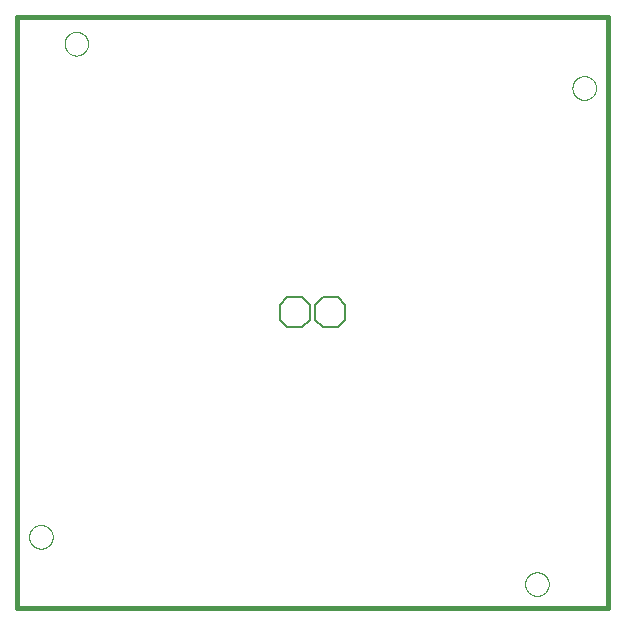
<source format=gto>
G75*
%MOIN*%
%OFA0B0*%
%FSLAX25Y25*%
%IPPOS*%
%LPD*%
%AMOC8*
5,1,8,0,0,1.08239X$1,22.5*
%
%ADD10C,0.01600*%
%ADD11C,0.00000*%
%ADD12C,0.00600*%
D10*
X0005000Y0005000D02*
X0201850Y0005000D01*
X0201850Y0201850D01*
X0005000Y0201850D01*
X0005000Y0005000D01*
D11*
X0008937Y0028622D02*
X0008939Y0028747D01*
X0008945Y0028872D01*
X0008955Y0028996D01*
X0008969Y0029120D01*
X0008986Y0029244D01*
X0009008Y0029367D01*
X0009034Y0029489D01*
X0009063Y0029611D01*
X0009096Y0029731D01*
X0009134Y0029850D01*
X0009174Y0029969D01*
X0009219Y0030085D01*
X0009267Y0030200D01*
X0009319Y0030314D01*
X0009375Y0030426D01*
X0009434Y0030536D01*
X0009496Y0030644D01*
X0009562Y0030751D01*
X0009631Y0030855D01*
X0009704Y0030956D01*
X0009779Y0031056D01*
X0009858Y0031153D01*
X0009940Y0031247D01*
X0010025Y0031339D01*
X0010112Y0031428D01*
X0010203Y0031514D01*
X0010296Y0031597D01*
X0010392Y0031678D01*
X0010490Y0031755D01*
X0010590Y0031829D01*
X0010693Y0031900D01*
X0010798Y0031967D01*
X0010906Y0032032D01*
X0011015Y0032092D01*
X0011126Y0032150D01*
X0011239Y0032203D01*
X0011353Y0032253D01*
X0011469Y0032300D01*
X0011586Y0032342D01*
X0011705Y0032381D01*
X0011825Y0032417D01*
X0011946Y0032448D01*
X0012068Y0032476D01*
X0012190Y0032499D01*
X0012314Y0032519D01*
X0012438Y0032535D01*
X0012562Y0032547D01*
X0012687Y0032555D01*
X0012812Y0032559D01*
X0012936Y0032559D01*
X0013061Y0032555D01*
X0013186Y0032547D01*
X0013310Y0032535D01*
X0013434Y0032519D01*
X0013558Y0032499D01*
X0013680Y0032476D01*
X0013802Y0032448D01*
X0013923Y0032417D01*
X0014043Y0032381D01*
X0014162Y0032342D01*
X0014279Y0032300D01*
X0014395Y0032253D01*
X0014509Y0032203D01*
X0014622Y0032150D01*
X0014733Y0032092D01*
X0014843Y0032032D01*
X0014950Y0031967D01*
X0015055Y0031900D01*
X0015158Y0031829D01*
X0015258Y0031755D01*
X0015356Y0031678D01*
X0015452Y0031597D01*
X0015545Y0031514D01*
X0015636Y0031428D01*
X0015723Y0031339D01*
X0015808Y0031247D01*
X0015890Y0031153D01*
X0015969Y0031056D01*
X0016044Y0030956D01*
X0016117Y0030855D01*
X0016186Y0030751D01*
X0016252Y0030644D01*
X0016314Y0030536D01*
X0016373Y0030426D01*
X0016429Y0030314D01*
X0016481Y0030200D01*
X0016529Y0030085D01*
X0016574Y0029969D01*
X0016614Y0029850D01*
X0016652Y0029731D01*
X0016685Y0029611D01*
X0016714Y0029489D01*
X0016740Y0029367D01*
X0016762Y0029244D01*
X0016779Y0029120D01*
X0016793Y0028996D01*
X0016803Y0028872D01*
X0016809Y0028747D01*
X0016811Y0028622D01*
X0016809Y0028497D01*
X0016803Y0028372D01*
X0016793Y0028248D01*
X0016779Y0028124D01*
X0016762Y0028000D01*
X0016740Y0027877D01*
X0016714Y0027755D01*
X0016685Y0027633D01*
X0016652Y0027513D01*
X0016614Y0027394D01*
X0016574Y0027275D01*
X0016529Y0027159D01*
X0016481Y0027044D01*
X0016429Y0026930D01*
X0016373Y0026818D01*
X0016314Y0026708D01*
X0016252Y0026600D01*
X0016186Y0026493D01*
X0016117Y0026389D01*
X0016044Y0026288D01*
X0015969Y0026188D01*
X0015890Y0026091D01*
X0015808Y0025997D01*
X0015723Y0025905D01*
X0015636Y0025816D01*
X0015545Y0025730D01*
X0015452Y0025647D01*
X0015356Y0025566D01*
X0015258Y0025489D01*
X0015158Y0025415D01*
X0015055Y0025344D01*
X0014950Y0025277D01*
X0014842Y0025212D01*
X0014733Y0025152D01*
X0014622Y0025094D01*
X0014509Y0025041D01*
X0014395Y0024991D01*
X0014279Y0024944D01*
X0014162Y0024902D01*
X0014043Y0024863D01*
X0013923Y0024827D01*
X0013802Y0024796D01*
X0013680Y0024768D01*
X0013558Y0024745D01*
X0013434Y0024725D01*
X0013310Y0024709D01*
X0013186Y0024697D01*
X0013061Y0024689D01*
X0012936Y0024685D01*
X0012812Y0024685D01*
X0012687Y0024689D01*
X0012562Y0024697D01*
X0012438Y0024709D01*
X0012314Y0024725D01*
X0012190Y0024745D01*
X0012068Y0024768D01*
X0011946Y0024796D01*
X0011825Y0024827D01*
X0011705Y0024863D01*
X0011586Y0024902D01*
X0011469Y0024944D01*
X0011353Y0024991D01*
X0011239Y0025041D01*
X0011126Y0025094D01*
X0011015Y0025152D01*
X0010905Y0025212D01*
X0010798Y0025277D01*
X0010693Y0025344D01*
X0010590Y0025415D01*
X0010490Y0025489D01*
X0010392Y0025566D01*
X0010296Y0025647D01*
X0010203Y0025730D01*
X0010112Y0025816D01*
X0010025Y0025905D01*
X0009940Y0025997D01*
X0009858Y0026091D01*
X0009779Y0026188D01*
X0009704Y0026288D01*
X0009631Y0026389D01*
X0009562Y0026493D01*
X0009496Y0026600D01*
X0009434Y0026708D01*
X0009375Y0026818D01*
X0009319Y0026930D01*
X0009267Y0027044D01*
X0009219Y0027159D01*
X0009174Y0027275D01*
X0009134Y0027394D01*
X0009096Y0027513D01*
X0009063Y0027633D01*
X0009034Y0027755D01*
X0009008Y0027877D01*
X0008986Y0028000D01*
X0008969Y0028124D01*
X0008955Y0028248D01*
X0008945Y0028372D01*
X0008939Y0028497D01*
X0008937Y0028622D01*
X0020748Y0192992D02*
X0020750Y0193117D01*
X0020756Y0193242D01*
X0020766Y0193366D01*
X0020780Y0193490D01*
X0020797Y0193614D01*
X0020819Y0193737D01*
X0020845Y0193859D01*
X0020874Y0193981D01*
X0020907Y0194101D01*
X0020945Y0194220D01*
X0020985Y0194339D01*
X0021030Y0194455D01*
X0021078Y0194570D01*
X0021130Y0194684D01*
X0021186Y0194796D01*
X0021245Y0194906D01*
X0021307Y0195014D01*
X0021373Y0195121D01*
X0021442Y0195225D01*
X0021515Y0195326D01*
X0021590Y0195426D01*
X0021669Y0195523D01*
X0021751Y0195617D01*
X0021836Y0195709D01*
X0021923Y0195798D01*
X0022014Y0195884D01*
X0022107Y0195967D01*
X0022203Y0196048D01*
X0022301Y0196125D01*
X0022401Y0196199D01*
X0022504Y0196270D01*
X0022609Y0196337D01*
X0022717Y0196402D01*
X0022826Y0196462D01*
X0022937Y0196520D01*
X0023050Y0196573D01*
X0023164Y0196623D01*
X0023280Y0196670D01*
X0023397Y0196712D01*
X0023516Y0196751D01*
X0023636Y0196787D01*
X0023757Y0196818D01*
X0023879Y0196846D01*
X0024001Y0196869D01*
X0024125Y0196889D01*
X0024249Y0196905D01*
X0024373Y0196917D01*
X0024498Y0196925D01*
X0024623Y0196929D01*
X0024747Y0196929D01*
X0024872Y0196925D01*
X0024997Y0196917D01*
X0025121Y0196905D01*
X0025245Y0196889D01*
X0025369Y0196869D01*
X0025491Y0196846D01*
X0025613Y0196818D01*
X0025734Y0196787D01*
X0025854Y0196751D01*
X0025973Y0196712D01*
X0026090Y0196670D01*
X0026206Y0196623D01*
X0026320Y0196573D01*
X0026433Y0196520D01*
X0026544Y0196462D01*
X0026654Y0196402D01*
X0026761Y0196337D01*
X0026866Y0196270D01*
X0026969Y0196199D01*
X0027069Y0196125D01*
X0027167Y0196048D01*
X0027263Y0195967D01*
X0027356Y0195884D01*
X0027447Y0195798D01*
X0027534Y0195709D01*
X0027619Y0195617D01*
X0027701Y0195523D01*
X0027780Y0195426D01*
X0027855Y0195326D01*
X0027928Y0195225D01*
X0027997Y0195121D01*
X0028063Y0195014D01*
X0028125Y0194906D01*
X0028184Y0194796D01*
X0028240Y0194684D01*
X0028292Y0194570D01*
X0028340Y0194455D01*
X0028385Y0194339D01*
X0028425Y0194220D01*
X0028463Y0194101D01*
X0028496Y0193981D01*
X0028525Y0193859D01*
X0028551Y0193737D01*
X0028573Y0193614D01*
X0028590Y0193490D01*
X0028604Y0193366D01*
X0028614Y0193242D01*
X0028620Y0193117D01*
X0028622Y0192992D01*
X0028620Y0192867D01*
X0028614Y0192742D01*
X0028604Y0192618D01*
X0028590Y0192494D01*
X0028573Y0192370D01*
X0028551Y0192247D01*
X0028525Y0192125D01*
X0028496Y0192003D01*
X0028463Y0191883D01*
X0028425Y0191764D01*
X0028385Y0191645D01*
X0028340Y0191529D01*
X0028292Y0191414D01*
X0028240Y0191300D01*
X0028184Y0191188D01*
X0028125Y0191078D01*
X0028063Y0190970D01*
X0027997Y0190863D01*
X0027928Y0190759D01*
X0027855Y0190658D01*
X0027780Y0190558D01*
X0027701Y0190461D01*
X0027619Y0190367D01*
X0027534Y0190275D01*
X0027447Y0190186D01*
X0027356Y0190100D01*
X0027263Y0190017D01*
X0027167Y0189936D01*
X0027069Y0189859D01*
X0026969Y0189785D01*
X0026866Y0189714D01*
X0026761Y0189647D01*
X0026653Y0189582D01*
X0026544Y0189522D01*
X0026433Y0189464D01*
X0026320Y0189411D01*
X0026206Y0189361D01*
X0026090Y0189314D01*
X0025973Y0189272D01*
X0025854Y0189233D01*
X0025734Y0189197D01*
X0025613Y0189166D01*
X0025491Y0189138D01*
X0025369Y0189115D01*
X0025245Y0189095D01*
X0025121Y0189079D01*
X0024997Y0189067D01*
X0024872Y0189059D01*
X0024747Y0189055D01*
X0024623Y0189055D01*
X0024498Y0189059D01*
X0024373Y0189067D01*
X0024249Y0189079D01*
X0024125Y0189095D01*
X0024001Y0189115D01*
X0023879Y0189138D01*
X0023757Y0189166D01*
X0023636Y0189197D01*
X0023516Y0189233D01*
X0023397Y0189272D01*
X0023280Y0189314D01*
X0023164Y0189361D01*
X0023050Y0189411D01*
X0022937Y0189464D01*
X0022826Y0189522D01*
X0022716Y0189582D01*
X0022609Y0189647D01*
X0022504Y0189714D01*
X0022401Y0189785D01*
X0022301Y0189859D01*
X0022203Y0189936D01*
X0022107Y0190017D01*
X0022014Y0190100D01*
X0021923Y0190186D01*
X0021836Y0190275D01*
X0021751Y0190367D01*
X0021669Y0190461D01*
X0021590Y0190558D01*
X0021515Y0190658D01*
X0021442Y0190759D01*
X0021373Y0190863D01*
X0021307Y0190970D01*
X0021245Y0191078D01*
X0021186Y0191188D01*
X0021130Y0191300D01*
X0021078Y0191414D01*
X0021030Y0191529D01*
X0020985Y0191645D01*
X0020945Y0191764D01*
X0020907Y0191883D01*
X0020874Y0192003D01*
X0020845Y0192125D01*
X0020819Y0192247D01*
X0020797Y0192370D01*
X0020780Y0192494D01*
X0020766Y0192618D01*
X0020756Y0192742D01*
X0020750Y0192867D01*
X0020748Y0192992D01*
X0190039Y0178228D02*
X0190041Y0178353D01*
X0190047Y0178478D01*
X0190057Y0178602D01*
X0190071Y0178726D01*
X0190088Y0178850D01*
X0190110Y0178973D01*
X0190136Y0179095D01*
X0190165Y0179217D01*
X0190198Y0179337D01*
X0190236Y0179456D01*
X0190276Y0179575D01*
X0190321Y0179691D01*
X0190369Y0179806D01*
X0190421Y0179920D01*
X0190477Y0180032D01*
X0190536Y0180142D01*
X0190598Y0180250D01*
X0190664Y0180357D01*
X0190733Y0180461D01*
X0190806Y0180562D01*
X0190881Y0180662D01*
X0190960Y0180759D01*
X0191042Y0180853D01*
X0191127Y0180945D01*
X0191214Y0181034D01*
X0191305Y0181120D01*
X0191398Y0181203D01*
X0191494Y0181284D01*
X0191592Y0181361D01*
X0191692Y0181435D01*
X0191795Y0181506D01*
X0191900Y0181573D01*
X0192008Y0181638D01*
X0192117Y0181698D01*
X0192228Y0181756D01*
X0192341Y0181809D01*
X0192455Y0181859D01*
X0192571Y0181906D01*
X0192688Y0181948D01*
X0192807Y0181987D01*
X0192927Y0182023D01*
X0193048Y0182054D01*
X0193170Y0182082D01*
X0193292Y0182105D01*
X0193416Y0182125D01*
X0193540Y0182141D01*
X0193664Y0182153D01*
X0193789Y0182161D01*
X0193914Y0182165D01*
X0194038Y0182165D01*
X0194163Y0182161D01*
X0194288Y0182153D01*
X0194412Y0182141D01*
X0194536Y0182125D01*
X0194660Y0182105D01*
X0194782Y0182082D01*
X0194904Y0182054D01*
X0195025Y0182023D01*
X0195145Y0181987D01*
X0195264Y0181948D01*
X0195381Y0181906D01*
X0195497Y0181859D01*
X0195611Y0181809D01*
X0195724Y0181756D01*
X0195835Y0181698D01*
X0195945Y0181638D01*
X0196052Y0181573D01*
X0196157Y0181506D01*
X0196260Y0181435D01*
X0196360Y0181361D01*
X0196458Y0181284D01*
X0196554Y0181203D01*
X0196647Y0181120D01*
X0196738Y0181034D01*
X0196825Y0180945D01*
X0196910Y0180853D01*
X0196992Y0180759D01*
X0197071Y0180662D01*
X0197146Y0180562D01*
X0197219Y0180461D01*
X0197288Y0180357D01*
X0197354Y0180250D01*
X0197416Y0180142D01*
X0197475Y0180032D01*
X0197531Y0179920D01*
X0197583Y0179806D01*
X0197631Y0179691D01*
X0197676Y0179575D01*
X0197716Y0179456D01*
X0197754Y0179337D01*
X0197787Y0179217D01*
X0197816Y0179095D01*
X0197842Y0178973D01*
X0197864Y0178850D01*
X0197881Y0178726D01*
X0197895Y0178602D01*
X0197905Y0178478D01*
X0197911Y0178353D01*
X0197913Y0178228D01*
X0197911Y0178103D01*
X0197905Y0177978D01*
X0197895Y0177854D01*
X0197881Y0177730D01*
X0197864Y0177606D01*
X0197842Y0177483D01*
X0197816Y0177361D01*
X0197787Y0177239D01*
X0197754Y0177119D01*
X0197716Y0177000D01*
X0197676Y0176881D01*
X0197631Y0176765D01*
X0197583Y0176650D01*
X0197531Y0176536D01*
X0197475Y0176424D01*
X0197416Y0176314D01*
X0197354Y0176206D01*
X0197288Y0176099D01*
X0197219Y0175995D01*
X0197146Y0175894D01*
X0197071Y0175794D01*
X0196992Y0175697D01*
X0196910Y0175603D01*
X0196825Y0175511D01*
X0196738Y0175422D01*
X0196647Y0175336D01*
X0196554Y0175253D01*
X0196458Y0175172D01*
X0196360Y0175095D01*
X0196260Y0175021D01*
X0196157Y0174950D01*
X0196052Y0174883D01*
X0195944Y0174818D01*
X0195835Y0174758D01*
X0195724Y0174700D01*
X0195611Y0174647D01*
X0195497Y0174597D01*
X0195381Y0174550D01*
X0195264Y0174508D01*
X0195145Y0174469D01*
X0195025Y0174433D01*
X0194904Y0174402D01*
X0194782Y0174374D01*
X0194660Y0174351D01*
X0194536Y0174331D01*
X0194412Y0174315D01*
X0194288Y0174303D01*
X0194163Y0174295D01*
X0194038Y0174291D01*
X0193914Y0174291D01*
X0193789Y0174295D01*
X0193664Y0174303D01*
X0193540Y0174315D01*
X0193416Y0174331D01*
X0193292Y0174351D01*
X0193170Y0174374D01*
X0193048Y0174402D01*
X0192927Y0174433D01*
X0192807Y0174469D01*
X0192688Y0174508D01*
X0192571Y0174550D01*
X0192455Y0174597D01*
X0192341Y0174647D01*
X0192228Y0174700D01*
X0192117Y0174758D01*
X0192007Y0174818D01*
X0191900Y0174883D01*
X0191795Y0174950D01*
X0191692Y0175021D01*
X0191592Y0175095D01*
X0191494Y0175172D01*
X0191398Y0175253D01*
X0191305Y0175336D01*
X0191214Y0175422D01*
X0191127Y0175511D01*
X0191042Y0175603D01*
X0190960Y0175697D01*
X0190881Y0175794D01*
X0190806Y0175894D01*
X0190733Y0175995D01*
X0190664Y0176099D01*
X0190598Y0176206D01*
X0190536Y0176314D01*
X0190477Y0176424D01*
X0190421Y0176536D01*
X0190369Y0176650D01*
X0190321Y0176765D01*
X0190276Y0176881D01*
X0190236Y0177000D01*
X0190198Y0177119D01*
X0190165Y0177239D01*
X0190136Y0177361D01*
X0190110Y0177483D01*
X0190088Y0177606D01*
X0190071Y0177730D01*
X0190057Y0177854D01*
X0190047Y0177978D01*
X0190041Y0178103D01*
X0190039Y0178228D01*
X0174291Y0012874D02*
X0174293Y0012999D01*
X0174299Y0013124D01*
X0174309Y0013248D01*
X0174323Y0013372D01*
X0174340Y0013496D01*
X0174362Y0013619D01*
X0174388Y0013741D01*
X0174417Y0013863D01*
X0174450Y0013983D01*
X0174488Y0014102D01*
X0174528Y0014221D01*
X0174573Y0014337D01*
X0174621Y0014452D01*
X0174673Y0014566D01*
X0174729Y0014678D01*
X0174788Y0014788D01*
X0174850Y0014896D01*
X0174916Y0015003D01*
X0174985Y0015107D01*
X0175058Y0015208D01*
X0175133Y0015308D01*
X0175212Y0015405D01*
X0175294Y0015499D01*
X0175379Y0015591D01*
X0175466Y0015680D01*
X0175557Y0015766D01*
X0175650Y0015849D01*
X0175746Y0015930D01*
X0175844Y0016007D01*
X0175944Y0016081D01*
X0176047Y0016152D01*
X0176152Y0016219D01*
X0176260Y0016284D01*
X0176369Y0016344D01*
X0176480Y0016402D01*
X0176593Y0016455D01*
X0176707Y0016505D01*
X0176823Y0016552D01*
X0176940Y0016594D01*
X0177059Y0016633D01*
X0177179Y0016669D01*
X0177300Y0016700D01*
X0177422Y0016728D01*
X0177544Y0016751D01*
X0177668Y0016771D01*
X0177792Y0016787D01*
X0177916Y0016799D01*
X0178041Y0016807D01*
X0178166Y0016811D01*
X0178290Y0016811D01*
X0178415Y0016807D01*
X0178540Y0016799D01*
X0178664Y0016787D01*
X0178788Y0016771D01*
X0178912Y0016751D01*
X0179034Y0016728D01*
X0179156Y0016700D01*
X0179277Y0016669D01*
X0179397Y0016633D01*
X0179516Y0016594D01*
X0179633Y0016552D01*
X0179749Y0016505D01*
X0179863Y0016455D01*
X0179976Y0016402D01*
X0180087Y0016344D01*
X0180197Y0016284D01*
X0180304Y0016219D01*
X0180409Y0016152D01*
X0180512Y0016081D01*
X0180612Y0016007D01*
X0180710Y0015930D01*
X0180806Y0015849D01*
X0180899Y0015766D01*
X0180990Y0015680D01*
X0181077Y0015591D01*
X0181162Y0015499D01*
X0181244Y0015405D01*
X0181323Y0015308D01*
X0181398Y0015208D01*
X0181471Y0015107D01*
X0181540Y0015003D01*
X0181606Y0014896D01*
X0181668Y0014788D01*
X0181727Y0014678D01*
X0181783Y0014566D01*
X0181835Y0014452D01*
X0181883Y0014337D01*
X0181928Y0014221D01*
X0181968Y0014102D01*
X0182006Y0013983D01*
X0182039Y0013863D01*
X0182068Y0013741D01*
X0182094Y0013619D01*
X0182116Y0013496D01*
X0182133Y0013372D01*
X0182147Y0013248D01*
X0182157Y0013124D01*
X0182163Y0012999D01*
X0182165Y0012874D01*
X0182163Y0012749D01*
X0182157Y0012624D01*
X0182147Y0012500D01*
X0182133Y0012376D01*
X0182116Y0012252D01*
X0182094Y0012129D01*
X0182068Y0012007D01*
X0182039Y0011885D01*
X0182006Y0011765D01*
X0181968Y0011646D01*
X0181928Y0011527D01*
X0181883Y0011411D01*
X0181835Y0011296D01*
X0181783Y0011182D01*
X0181727Y0011070D01*
X0181668Y0010960D01*
X0181606Y0010852D01*
X0181540Y0010745D01*
X0181471Y0010641D01*
X0181398Y0010540D01*
X0181323Y0010440D01*
X0181244Y0010343D01*
X0181162Y0010249D01*
X0181077Y0010157D01*
X0180990Y0010068D01*
X0180899Y0009982D01*
X0180806Y0009899D01*
X0180710Y0009818D01*
X0180612Y0009741D01*
X0180512Y0009667D01*
X0180409Y0009596D01*
X0180304Y0009529D01*
X0180196Y0009464D01*
X0180087Y0009404D01*
X0179976Y0009346D01*
X0179863Y0009293D01*
X0179749Y0009243D01*
X0179633Y0009196D01*
X0179516Y0009154D01*
X0179397Y0009115D01*
X0179277Y0009079D01*
X0179156Y0009048D01*
X0179034Y0009020D01*
X0178912Y0008997D01*
X0178788Y0008977D01*
X0178664Y0008961D01*
X0178540Y0008949D01*
X0178415Y0008941D01*
X0178290Y0008937D01*
X0178166Y0008937D01*
X0178041Y0008941D01*
X0177916Y0008949D01*
X0177792Y0008961D01*
X0177668Y0008977D01*
X0177544Y0008997D01*
X0177422Y0009020D01*
X0177300Y0009048D01*
X0177179Y0009079D01*
X0177059Y0009115D01*
X0176940Y0009154D01*
X0176823Y0009196D01*
X0176707Y0009243D01*
X0176593Y0009293D01*
X0176480Y0009346D01*
X0176369Y0009404D01*
X0176259Y0009464D01*
X0176152Y0009529D01*
X0176047Y0009596D01*
X0175944Y0009667D01*
X0175844Y0009741D01*
X0175746Y0009818D01*
X0175650Y0009899D01*
X0175557Y0009982D01*
X0175466Y0010068D01*
X0175379Y0010157D01*
X0175294Y0010249D01*
X0175212Y0010343D01*
X0175133Y0010440D01*
X0175058Y0010540D01*
X0174985Y0010641D01*
X0174916Y0010745D01*
X0174850Y0010852D01*
X0174788Y0010960D01*
X0174729Y0011070D01*
X0174673Y0011182D01*
X0174621Y0011296D01*
X0174573Y0011411D01*
X0174528Y0011527D01*
X0174488Y0011646D01*
X0174450Y0011765D01*
X0174417Y0011885D01*
X0174388Y0012007D01*
X0174362Y0012129D01*
X0174340Y0012252D01*
X0174323Y0012376D01*
X0174309Y0012500D01*
X0174299Y0012624D01*
X0174293Y0012749D01*
X0174291Y0012874D01*
D12*
X0111831Y0098425D02*
X0106831Y0098425D01*
X0104331Y0100925D01*
X0104331Y0105925D01*
X0106831Y0108425D01*
X0111831Y0108425D01*
X0114331Y0105925D01*
X0114331Y0100925D01*
X0111831Y0098425D01*
X0102520Y0100925D02*
X0100020Y0098425D01*
X0095020Y0098425D01*
X0092520Y0100925D01*
X0092520Y0105925D01*
X0095020Y0108425D01*
X0100020Y0108425D01*
X0102520Y0105925D01*
X0102520Y0100925D01*
M02*

</source>
